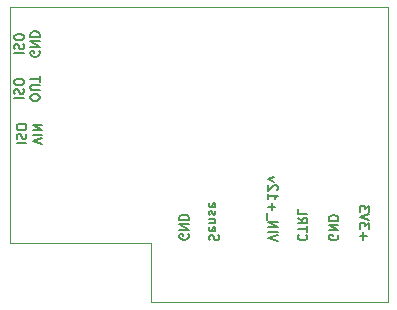
<source format=gbr>
%TF.GenerationSoftware,KiCad,Pcbnew,(5.1.8-0-10_14)*%
%TF.CreationDate,2020-11-27T12:30:10+01:00*%
%TF.ProjectId,FET_Driver,4645545f-4472-4697-9665-722e6b696361,rev?*%
%TF.SameCoordinates,Original*%
%TF.FileFunction,Legend,Bot*%
%TF.FilePolarity,Positive*%
%FSLAX46Y46*%
G04 Gerber Fmt 4.6, Leading zero omitted, Abs format (unit mm)*
G04 Created by KiCad (PCBNEW (5.1.8-0-10_14)) date 2020-11-27 12:30:10*
%MOMM*%
%LPD*%
G01*
G04 APERTURE LIST*
%ADD10C,0.150000*%
%TA.AperFunction,Profile*%
%ADD11C,0.050000*%
%TD*%
G04 APERTURE END LIST*
D10*
X123120000Y-87249523D02*
X123158095Y-87325714D01*
X123158095Y-87440000D01*
X123120000Y-87554285D01*
X123043809Y-87630476D01*
X122967619Y-87668571D01*
X122815238Y-87706666D01*
X122700952Y-87706666D01*
X122548571Y-87668571D01*
X122472380Y-87630476D01*
X122396190Y-87554285D01*
X122358095Y-87440000D01*
X122358095Y-87363809D01*
X122396190Y-87249523D01*
X122434285Y-87211428D01*
X122700952Y-87211428D01*
X122700952Y-87363809D01*
X122358095Y-86868571D02*
X123158095Y-86868571D01*
X122358095Y-86411428D01*
X123158095Y-86411428D01*
X122358095Y-86030476D02*
X123158095Y-86030476D01*
X123158095Y-85840000D01*
X123120000Y-85725714D01*
X123043809Y-85649523D01*
X122967619Y-85611428D01*
X122815238Y-85573333D01*
X122700952Y-85573333D01*
X122548571Y-85611428D01*
X122472380Y-85649523D01*
X122396190Y-85725714D01*
X122358095Y-85840000D01*
X122358095Y-86030476D01*
X124916190Y-87760000D02*
X124878095Y-87645714D01*
X124878095Y-87455238D01*
X124916190Y-87379047D01*
X124954285Y-87340952D01*
X125030476Y-87302857D01*
X125106666Y-87302857D01*
X125182857Y-87340952D01*
X125220952Y-87379047D01*
X125259047Y-87455238D01*
X125297142Y-87607619D01*
X125335238Y-87683809D01*
X125373333Y-87721904D01*
X125449523Y-87760000D01*
X125525714Y-87760000D01*
X125601904Y-87721904D01*
X125640000Y-87683809D01*
X125678095Y-87607619D01*
X125678095Y-87417142D01*
X125640000Y-87302857D01*
X124916190Y-86655238D02*
X124878095Y-86731428D01*
X124878095Y-86883809D01*
X124916190Y-86960000D01*
X124992380Y-86998095D01*
X125297142Y-86998095D01*
X125373333Y-86960000D01*
X125411428Y-86883809D01*
X125411428Y-86731428D01*
X125373333Y-86655238D01*
X125297142Y-86617142D01*
X125220952Y-86617142D01*
X125144761Y-86998095D01*
X125411428Y-86274285D02*
X124878095Y-86274285D01*
X125335238Y-86274285D02*
X125373333Y-86236190D01*
X125411428Y-86160000D01*
X125411428Y-86045714D01*
X125373333Y-85969523D01*
X125297142Y-85931428D01*
X124878095Y-85931428D01*
X124916190Y-85588571D02*
X124878095Y-85512380D01*
X124878095Y-85360000D01*
X124916190Y-85283809D01*
X124992380Y-85245714D01*
X125030476Y-85245714D01*
X125106666Y-85283809D01*
X125144761Y-85360000D01*
X125144761Y-85474285D01*
X125182857Y-85550476D01*
X125259047Y-85588571D01*
X125297142Y-85588571D01*
X125373333Y-85550476D01*
X125411428Y-85474285D01*
X125411428Y-85360000D01*
X125373333Y-85283809D01*
X124916190Y-84598095D02*
X124878095Y-84674285D01*
X124878095Y-84826666D01*
X124916190Y-84902857D01*
X124992380Y-84940952D01*
X125297142Y-84940952D01*
X125373333Y-84902857D01*
X125411428Y-84826666D01*
X125411428Y-84674285D01*
X125373333Y-84598095D01*
X125297142Y-84560000D01*
X125220952Y-84560000D01*
X125144761Y-84940952D01*
X130678095Y-87842857D02*
X129878095Y-87576190D01*
X130678095Y-87309523D01*
X129878095Y-87042857D02*
X130678095Y-87042857D01*
X129878095Y-86661904D02*
X130678095Y-86661904D01*
X129878095Y-86204761D01*
X130678095Y-86204761D01*
X129801904Y-86014285D02*
X129801904Y-85404761D01*
X130182857Y-85214285D02*
X130182857Y-84604761D01*
X129878095Y-84909523D02*
X130487619Y-84909523D01*
X129878095Y-83804761D02*
X129878095Y-84261904D01*
X129878095Y-84033333D02*
X130678095Y-84033333D01*
X130563809Y-84109523D01*
X130487619Y-84185714D01*
X130449523Y-84261904D01*
X130601904Y-83500000D02*
X130640000Y-83461904D01*
X130678095Y-83385714D01*
X130678095Y-83195238D01*
X130640000Y-83119047D01*
X130601904Y-83080952D01*
X130525714Y-83042857D01*
X130449523Y-83042857D01*
X130335238Y-83080952D01*
X129878095Y-83538095D01*
X129878095Y-83042857D01*
X130411428Y-82776190D02*
X129878095Y-82585714D01*
X130411428Y-82395238D01*
D11*
X140000000Y-68000000D02*
X140000000Y-73000000D01*
X108000000Y-68000000D02*
X140000000Y-68000000D01*
X108000000Y-73000000D02*
X108000000Y-68000000D01*
D10*
X110495000Y-71739523D02*
X110533095Y-71815714D01*
X110533095Y-71930000D01*
X110495000Y-72044285D01*
X110418809Y-72120476D01*
X110342619Y-72158571D01*
X110190238Y-72196666D01*
X110075952Y-72196666D01*
X109923571Y-72158571D01*
X109847380Y-72120476D01*
X109771190Y-72044285D01*
X109733095Y-71930000D01*
X109733095Y-71853809D01*
X109771190Y-71739523D01*
X109809285Y-71701428D01*
X110075952Y-71701428D01*
X110075952Y-71853809D01*
X109733095Y-71358571D02*
X110533095Y-71358571D01*
X109733095Y-70901428D01*
X110533095Y-70901428D01*
X109733095Y-70520476D02*
X110533095Y-70520476D01*
X110533095Y-70330000D01*
X110495000Y-70215714D01*
X110418809Y-70139523D01*
X110342619Y-70101428D01*
X110190238Y-70063333D01*
X110075952Y-70063333D01*
X109923571Y-70101428D01*
X109847380Y-70139523D01*
X109771190Y-70215714D01*
X109733095Y-70330000D01*
X109733095Y-70520476D01*
X108383095Y-71930000D02*
X109183095Y-71930000D01*
X108421190Y-71587142D02*
X108383095Y-71472857D01*
X108383095Y-71282380D01*
X108421190Y-71206190D01*
X108459285Y-71168095D01*
X108535476Y-71130000D01*
X108611666Y-71130000D01*
X108687857Y-71168095D01*
X108725952Y-71206190D01*
X108764047Y-71282380D01*
X108802142Y-71434761D01*
X108840238Y-71510952D01*
X108878333Y-71549047D01*
X108954523Y-71587142D01*
X109030714Y-71587142D01*
X109106904Y-71549047D01*
X109145000Y-71510952D01*
X109183095Y-71434761D01*
X109183095Y-71244285D01*
X109145000Y-71130000D01*
X109183095Y-70634761D02*
X109183095Y-70482380D01*
X109145000Y-70406190D01*
X109068809Y-70330000D01*
X108916428Y-70291904D01*
X108649761Y-70291904D01*
X108497380Y-70330000D01*
X108421190Y-70406190D01*
X108383095Y-70482380D01*
X108383095Y-70634761D01*
X108421190Y-70710952D01*
X108497380Y-70787142D01*
X108649761Y-70825238D01*
X108916428Y-70825238D01*
X109068809Y-70787142D01*
X109145000Y-70710952D01*
X109183095Y-70634761D01*
X110533095Y-75730000D02*
X110533095Y-75577619D01*
X110495000Y-75501428D01*
X110418809Y-75425238D01*
X110266428Y-75387142D01*
X109999761Y-75387142D01*
X109847380Y-75425238D01*
X109771190Y-75501428D01*
X109733095Y-75577619D01*
X109733095Y-75730000D01*
X109771190Y-75806190D01*
X109847380Y-75882380D01*
X109999761Y-75920476D01*
X110266428Y-75920476D01*
X110418809Y-75882380D01*
X110495000Y-75806190D01*
X110533095Y-75730000D01*
X110533095Y-75044285D02*
X109885476Y-75044285D01*
X109809285Y-75006190D01*
X109771190Y-74968095D01*
X109733095Y-74891904D01*
X109733095Y-74739523D01*
X109771190Y-74663333D01*
X109809285Y-74625238D01*
X109885476Y-74587142D01*
X110533095Y-74587142D01*
X110533095Y-74320476D02*
X110533095Y-73863333D01*
X109733095Y-74091904D02*
X110533095Y-74091904D01*
X108383095Y-75730000D02*
X109183095Y-75730000D01*
X108421190Y-75387142D02*
X108383095Y-75272857D01*
X108383095Y-75082380D01*
X108421190Y-75006190D01*
X108459285Y-74968095D01*
X108535476Y-74930000D01*
X108611666Y-74930000D01*
X108687857Y-74968095D01*
X108725952Y-75006190D01*
X108764047Y-75082380D01*
X108802142Y-75234761D01*
X108840238Y-75310952D01*
X108878333Y-75349047D01*
X108954523Y-75387142D01*
X109030714Y-75387142D01*
X109106904Y-75349047D01*
X109145000Y-75310952D01*
X109183095Y-75234761D01*
X109183095Y-75044285D01*
X109145000Y-74930000D01*
X109183095Y-74434761D02*
X109183095Y-74282380D01*
X109145000Y-74206190D01*
X109068809Y-74130000D01*
X108916428Y-74091904D01*
X108649761Y-74091904D01*
X108497380Y-74130000D01*
X108421190Y-74206190D01*
X108383095Y-74282380D01*
X108383095Y-74434761D01*
X108421190Y-74510952D01*
X108497380Y-74587142D01*
X108649761Y-74625238D01*
X108916428Y-74625238D01*
X109068809Y-74587142D01*
X109145000Y-74510952D01*
X109183095Y-74434761D01*
X110733095Y-79606190D02*
X109933095Y-79339523D01*
X110733095Y-79072857D01*
X109933095Y-78806190D02*
X110733095Y-78806190D01*
X109933095Y-78425238D02*
X110733095Y-78425238D01*
X109933095Y-77968095D01*
X110733095Y-77968095D01*
X108583095Y-79530000D02*
X109383095Y-79530000D01*
X108621190Y-79187142D02*
X108583095Y-79072857D01*
X108583095Y-78882380D01*
X108621190Y-78806190D01*
X108659285Y-78768095D01*
X108735476Y-78730000D01*
X108811666Y-78730000D01*
X108887857Y-78768095D01*
X108925952Y-78806190D01*
X108964047Y-78882380D01*
X109002142Y-79034761D01*
X109040238Y-79110952D01*
X109078333Y-79149047D01*
X109154523Y-79187142D01*
X109230714Y-79187142D01*
X109306904Y-79149047D01*
X109345000Y-79110952D01*
X109383095Y-79034761D01*
X109383095Y-78844285D01*
X109345000Y-78730000D01*
X109383095Y-78234761D02*
X109383095Y-78082380D01*
X109345000Y-78006190D01*
X109268809Y-77930000D01*
X109116428Y-77891904D01*
X108849761Y-77891904D01*
X108697380Y-77930000D01*
X108621190Y-78006190D01*
X108583095Y-78082380D01*
X108583095Y-78234761D01*
X108621190Y-78310952D01*
X108697380Y-78387142D01*
X108849761Y-78425238D01*
X109116428Y-78425238D01*
X109268809Y-78387142D01*
X109345000Y-78310952D01*
X109383095Y-78234761D01*
D11*
X120000000Y-88000000D02*
X108000000Y-88000000D01*
X120000000Y-93000000D02*
X120000000Y-88000000D01*
D10*
X137922857Y-87699523D02*
X137922857Y-87090000D01*
X137618095Y-87394761D02*
X138227619Y-87394761D01*
X138418095Y-86785238D02*
X138418095Y-86290000D01*
X138113333Y-86556666D01*
X138113333Y-86442380D01*
X138075238Y-86366190D01*
X138037142Y-86328095D01*
X137960952Y-86290000D01*
X137770476Y-86290000D01*
X137694285Y-86328095D01*
X137656190Y-86366190D01*
X137618095Y-86442380D01*
X137618095Y-86670952D01*
X137656190Y-86747142D01*
X137694285Y-86785238D01*
X138418095Y-86061428D02*
X137618095Y-85794761D01*
X138418095Y-85528095D01*
X138418095Y-85337619D02*
X138418095Y-84842380D01*
X138113333Y-85109047D01*
X138113333Y-84994761D01*
X138075238Y-84918571D01*
X138037142Y-84880476D01*
X137960952Y-84842380D01*
X137770476Y-84842380D01*
X137694285Y-84880476D01*
X137656190Y-84918571D01*
X137618095Y-84994761D01*
X137618095Y-85223333D01*
X137656190Y-85299523D01*
X137694285Y-85337619D01*
X132454285Y-87260952D02*
X132416190Y-87299047D01*
X132378095Y-87413333D01*
X132378095Y-87489523D01*
X132416190Y-87603809D01*
X132492380Y-87680000D01*
X132568571Y-87718095D01*
X132720952Y-87756190D01*
X132835238Y-87756190D01*
X132987619Y-87718095D01*
X133063809Y-87680000D01*
X133140000Y-87603809D01*
X133178095Y-87489523D01*
X133178095Y-87413333D01*
X133140000Y-87299047D01*
X133101904Y-87260952D01*
X133178095Y-87032380D02*
X133178095Y-86575238D01*
X132378095Y-86803809D02*
X133178095Y-86803809D01*
X132378095Y-85851428D02*
X132759047Y-86118095D01*
X132378095Y-86308571D02*
X133178095Y-86308571D01*
X133178095Y-86003809D01*
X133140000Y-85927619D01*
X133101904Y-85889523D01*
X133025714Y-85851428D01*
X132911428Y-85851428D01*
X132835238Y-85889523D01*
X132797142Y-85927619D01*
X132759047Y-86003809D01*
X132759047Y-86308571D01*
X132378095Y-85127619D02*
X132378095Y-85508571D01*
X133178095Y-85508571D01*
X135750000Y-87299523D02*
X135788095Y-87375714D01*
X135788095Y-87490000D01*
X135750000Y-87604285D01*
X135673809Y-87680476D01*
X135597619Y-87718571D01*
X135445238Y-87756666D01*
X135330952Y-87756666D01*
X135178571Y-87718571D01*
X135102380Y-87680476D01*
X135026190Y-87604285D01*
X134988095Y-87490000D01*
X134988095Y-87413809D01*
X135026190Y-87299523D01*
X135064285Y-87261428D01*
X135330952Y-87261428D01*
X135330952Y-87413809D01*
X134988095Y-86918571D02*
X135788095Y-86918571D01*
X134988095Y-86461428D01*
X135788095Y-86461428D01*
X134988095Y-86080476D02*
X135788095Y-86080476D01*
X135788095Y-85890000D01*
X135750000Y-85775714D01*
X135673809Y-85699523D01*
X135597619Y-85661428D01*
X135445238Y-85623333D01*
X135330952Y-85623333D01*
X135178571Y-85661428D01*
X135102380Y-85699523D01*
X135026190Y-85775714D01*
X134988095Y-85890000D01*
X134988095Y-86080476D01*
D11*
X108000000Y-73000000D02*
X108000000Y-88000000D01*
X140000000Y-93000000D02*
X140000000Y-73000000D01*
X120000000Y-93000000D02*
X140000000Y-93000000D01*
M02*

</source>
